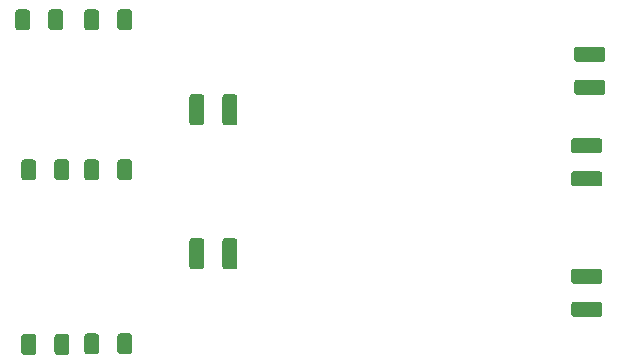
<source format=gbr>
G04 #@! TF.GenerationSoftware,KiCad,Pcbnew,5.1.2-f72e74a~84~ubuntu18.04.1*
G04 #@! TF.CreationDate,2019-08-25T12:51:36+02:00*
G04 #@! TF.ProjectId,Axiface,41786966-6163-4652-9e6b-696361645f70,rev?*
G04 #@! TF.SameCoordinates,Original*
G04 #@! TF.FileFunction,Paste,Top*
G04 #@! TF.FilePolarity,Positive*
%FSLAX46Y46*%
G04 Gerber Fmt 4.6, Leading zero omitted, Abs format (unit mm)*
G04 Created by KiCad (PCBNEW 5.1.2-f72e74a~84~ubuntu18.04.1) date 2019-08-25 12:51:36*
%MOMM*%
%LPD*%
G04 APERTURE LIST*
%ADD10C,0.100000*%
%ADD11C,1.250000*%
G04 APERTURE END LIST*
D10*
G36*
X145879504Y-124468204D02*
G01*
X145903773Y-124471804D01*
X145927571Y-124477765D01*
X145950671Y-124486030D01*
X145972849Y-124496520D01*
X145993893Y-124509133D01*
X146013598Y-124523747D01*
X146031777Y-124540223D01*
X146048253Y-124558402D01*
X146062867Y-124578107D01*
X146075480Y-124599151D01*
X146085970Y-124621329D01*
X146094235Y-124644429D01*
X146100196Y-124668227D01*
X146103796Y-124692496D01*
X146105000Y-124717000D01*
X146105000Y-125467000D01*
X146103796Y-125491504D01*
X146100196Y-125515773D01*
X146094235Y-125539571D01*
X146085970Y-125562671D01*
X146075480Y-125584849D01*
X146062867Y-125605893D01*
X146048253Y-125625598D01*
X146031777Y-125643777D01*
X146013598Y-125660253D01*
X145993893Y-125674867D01*
X145972849Y-125687480D01*
X145950671Y-125697970D01*
X145927571Y-125706235D01*
X145903773Y-125712196D01*
X145879504Y-125715796D01*
X145855000Y-125717000D01*
X143705000Y-125717000D01*
X143680496Y-125715796D01*
X143656227Y-125712196D01*
X143632429Y-125706235D01*
X143609329Y-125697970D01*
X143587151Y-125687480D01*
X143566107Y-125674867D01*
X143546402Y-125660253D01*
X143528223Y-125643777D01*
X143511747Y-125625598D01*
X143497133Y-125605893D01*
X143484520Y-125584849D01*
X143474030Y-125562671D01*
X143465765Y-125539571D01*
X143459804Y-125515773D01*
X143456204Y-125491504D01*
X143455000Y-125467000D01*
X143455000Y-124717000D01*
X143456204Y-124692496D01*
X143459804Y-124668227D01*
X143465765Y-124644429D01*
X143474030Y-124621329D01*
X143484520Y-124599151D01*
X143497133Y-124578107D01*
X143511747Y-124558402D01*
X143528223Y-124540223D01*
X143546402Y-124523747D01*
X143566107Y-124509133D01*
X143587151Y-124496520D01*
X143609329Y-124486030D01*
X143632429Y-124477765D01*
X143656227Y-124471804D01*
X143680496Y-124468204D01*
X143705000Y-124467000D01*
X145855000Y-124467000D01*
X145879504Y-124468204D01*
X145879504Y-124468204D01*
G37*
D11*
X144780000Y-125092000D03*
D10*
G36*
X145879504Y-127268204D02*
G01*
X145903773Y-127271804D01*
X145927571Y-127277765D01*
X145950671Y-127286030D01*
X145972849Y-127296520D01*
X145993893Y-127309133D01*
X146013598Y-127323747D01*
X146031777Y-127340223D01*
X146048253Y-127358402D01*
X146062867Y-127378107D01*
X146075480Y-127399151D01*
X146085970Y-127421329D01*
X146094235Y-127444429D01*
X146100196Y-127468227D01*
X146103796Y-127492496D01*
X146105000Y-127517000D01*
X146105000Y-128267000D01*
X146103796Y-128291504D01*
X146100196Y-128315773D01*
X146094235Y-128339571D01*
X146085970Y-128362671D01*
X146075480Y-128384849D01*
X146062867Y-128405893D01*
X146048253Y-128425598D01*
X146031777Y-128443777D01*
X146013598Y-128460253D01*
X145993893Y-128474867D01*
X145972849Y-128487480D01*
X145950671Y-128497970D01*
X145927571Y-128506235D01*
X145903773Y-128512196D01*
X145879504Y-128515796D01*
X145855000Y-128517000D01*
X143705000Y-128517000D01*
X143680496Y-128515796D01*
X143656227Y-128512196D01*
X143632429Y-128506235D01*
X143609329Y-128497970D01*
X143587151Y-128487480D01*
X143566107Y-128474867D01*
X143546402Y-128460253D01*
X143528223Y-128443777D01*
X143511747Y-128425598D01*
X143497133Y-128405893D01*
X143484520Y-128384849D01*
X143474030Y-128362671D01*
X143465765Y-128339571D01*
X143459804Y-128315773D01*
X143456204Y-128291504D01*
X143455000Y-128267000D01*
X143455000Y-127517000D01*
X143456204Y-127492496D01*
X143459804Y-127468227D01*
X143465765Y-127444429D01*
X143474030Y-127421329D01*
X143484520Y-127399151D01*
X143497133Y-127378107D01*
X143511747Y-127358402D01*
X143528223Y-127340223D01*
X143546402Y-127323747D01*
X143566107Y-127309133D01*
X143587151Y-127296520D01*
X143609329Y-127286030D01*
X143632429Y-127277765D01*
X143656227Y-127271804D01*
X143680496Y-127268204D01*
X143705000Y-127267000D01*
X145855000Y-127267000D01*
X145879504Y-127268204D01*
X145879504Y-127268204D01*
G37*
D11*
X144780000Y-127892000D03*
D10*
G36*
X146133504Y-108472204D02*
G01*
X146157773Y-108475804D01*
X146181571Y-108481765D01*
X146204671Y-108490030D01*
X146226849Y-108500520D01*
X146247893Y-108513133D01*
X146267598Y-108527747D01*
X146285777Y-108544223D01*
X146302253Y-108562402D01*
X146316867Y-108582107D01*
X146329480Y-108603151D01*
X146339970Y-108625329D01*
X146348235Y-108648429D01*
X146354196Y-108672227D01*
X146357796Y-108696496D01*
X146359000Y-108721000D01*
X146359000Y-109471000D01*
X146357796Y-109495504D01*
X146354196Y-109519773D01*
X146348235Y-109543571D01*
X146339970Y-109566671D01*
X146329480Y-109588849D01*
X146316867Y-109609893D01*
X146302253Y-109629598D01*
X146285777Y-109647777D01*
X146267598Y-109664253D01*
X146247893Y-109678867D01*
X146226849Y-109691480D01*
X146204671Y-109701970D01*
X146181571Y-109710235D01*
X146157773Y-109716196D01*
X146133504Y-109719796D01*
X146109000Y-109721000D01*
X143959000Y-109721000D01*
X143934496Y-109719796D01*
X143910227Y-109716196D01*
X143886429Y-109710235D01*
X143863329Y-109701970D01*
X143841151Y-109691480D01*
X143820107Y-109678867D01*
X143800402Y-109664253D01*
X143782223Y-109647777D01*
X143765747Y-109629598D01*
X143751133Y-109609893D01*
X143738520Y-109588849D01*
X143728030Y-109566671D01*
X143719765Y-109543571D01*
X143713804Y-109519773D01*
X143710204Y-109495504D01*
X143709000Y-109471000D01*
X143709000Y-108721000D01*
X143710204Y-108696496D01*
X143713804Y-108672227D01*
X143719765Y-108648429D01*
X143728030Y-108625329D01*
X143738520Y-108603151D01*
X143751133Y-108582107D01*
X143765747Y-108562402D01*
X143782223Y-108544223D01*
X143800402Y-108527747D01*
X143820107Y-108513133D01*
X143841151Y-108500520D01*
X143863329Y-108490030D01*
X143886429Y-108481765D01*
X143910227Y-108475804D01*
X143934496Y-108472204D01*
X143959000Y-108471000D01*
X146109000Y-108471000D01*
X146133504Y-108472204D01*
X146133504Y-108472204D01*
G37*
D11*
X145034000Y-109096000D03*
D10*
G36*
X146133504Y-105672204D02*
G01*
X146157773Y-105675804D01*
X146181571Y-105681765D01*
X146204671Y-105690030D01*
X146226849Y-105700520D01*
X146247893Y-105713133D01*
X146267598Y-105727747D01*
X146285777Y-105744223D01*
X146302253Y-105762402D01*
X146316867Y-105782107D01*
X146329480Y-105803151D01*
X146339970Y-105825329D01*
X146348235Y-105848429D01*
X146354196Y-105872227D01*
X146357796Y-105896496D01*
X146359000Y-105921000D01*
X146359000Y-106671000D01*
X146357796Y-106695504D01*
X146354196Y-106719773D01*
X146348235Y-106743571D01*
X146339970Y-106766671D01*
X146329480Y-106788849D01*
X146316867Y-106809893D01*
X146302253Y-106829598D01*
X146285777Y-106847777D01*
X146267598Y-106864253D01*
X146247893Y-106878867D01*
X146226849Y-106891480D01*
X146204671Y-106901970D01*
X146181571Y-106910235D01*
X146157773Y-106916196D01*
X146133504Y-106919796D01*
X146109000Y-106921000D01*
X143959000Y-106921000D01*
X143934496Y-106919796D01*
X143910227Y-106916196D01*
X143886429Y-106910235D01*
X143863329Y-106901970D01*
X143841151Y-106891480D01*
X143820107Y-106878867D01*
X143800402Y-106864253D01*
X143782223Y-106847777D01*
X143765747Y-106829598D01*
X143751133Y-106809893D01*
X143738520Y-106788849D01*
X143728030Y-106766671D01*
X143719765Y-106743571D01*
X143713804Y-106719773D01*
X143710204Y-106695504D01*
X143709000Y-106671000D01*
X143709000Y-105921000D01*
X143710204Y-105896496D01*
X143713804Y-105872227D01*
X143719765Y-105848429D01*
X143728030Y-105825329D01*
X143738520Y-105803151D01*
X143751133Y-105782107D01*
X143765747Y-105762402D01*
X143782223Y-105744223D01*
X143800402Y-105727747D01*
X143820107Y-105713133D01*
X143841151Y-105700520D01*
X143863329Y-105690030D01*
X143886429Y-105681765D01*
X143910227Y-105675804D01*
X143934496Y-105672204D01*
X143959000Y-105671000D01*
X146109000Y-105671000D01*
X146133504Y-105672204D01*
X146133504Y-105672204D01*
G37*
D11*
X145034000Y-106296000D03*
D10*
G36*
X145879504Y-116216204D02*
G01*
X145903773Y-116219804D01*
X145927571Y-116225765D01*
X145950671Y-116234030D01*
X145972849Y-116244520D01*
X145993893Y-116257133D01*
X146013598Y-116271747D01*
X146031777Y-116288223D01*
X146048253Y-116306402D01*
X146062867Y-116326107D01*
X146075480Y-116347151D01*
X146085970Y-116369329D01*
X146094235Y-116392429D01*
X146100196Y-116416227D01*
X146103796Y-116440496D01*
X146105000Y-116465000D01*
X146105000Y-117215000D01*
X146103796Y-117239504D01*
X146100196Y-117263773D01*
X146094235Y-117287571D01*
X146085970Y-117310671D01*
X146075480Y-117332849D01*
X146062867Y-117353893D01*
X146048253Y-117373598D01*
X146031777Y-117391777D01*
X146013598Y-117408253D01*
X145993893Y-117422867D01*
X145972849Y-117435480D01*
X145950671Y-117445970D01*
X145927571Y-117454235D01*
X145903773Y-117460196D01*
X145879504Y-117463796D01*
X145855000Y-117465000D01*
X143705000Y-117465000D01*
X143680496Y-117463796D01*
X143656227Y-117460196D01*
X143632429Y-117454235D01*
X143609329Y-117445970D01*
X143587151Y-117435480D01*
X143566107Y-117422867D01*
X143546402Y-117408253D01*
X143528223Y-117391777D01*
X143511747Y-117373598D01*
X143497133Y-117353893D01*
X143484520Y-117332849D01*
X143474030Y-117310671D01*
X143465765Y-117287571D01*
X143459804Y-117263773D01*
X143456204Y-117239504D01*
X143455000Y-117215000D01*
X143455000Y-116465000D01*
X143456204Y-116440496D01*
X143459804Y-116416227D01*
X143465765Y-116392429D01*
X143474030Y-116369329D01*
X143484520Y-116347151D01*
X143497133Y-116326107D01*
X143511747Y-116306402D01*
X143528223Y-116288223D01*
X143546402Y-116271747D01*
X143566107Y-116257133D01*
X143587151Y-116244520D01*
X143609329Y-116234030D01*
X143632429Y-116225765D01*
X143656227Y-116219804D01*
X143680496Y-116216204D01*
X143705000Y-116215000D01*
X145855000Y-116215000D01*
X145879504Y-116216204D01*
X145879504Y-116216204D01*
G37*
D11*
X144780000Y-116840000D03*
D10*
G36*
X145879504Y-113416204D02*
G01*
X145903773Y-113419804D01*
X145927571Y-113425765D01*
X145950671Y-113434030D01*
X145972849Y-113444520D01*
X145993893Y-113457133D01*
X146013598Y-113471747D01*
X146031777Y-113488223D01*
X146048253Y-113506402D01*
X146062867Y-113526107D01*
X146075480Y-113547151D01*
X146085970Y-113569329D01*
X146094235Y-113592429D01*
X146100196Y-113616227D01*
X146103796Y-113640496D01*
X146105000Y-113665000D01*
X146105000Y-114415000D01*
X146103796Y-114439504D01*
X146100196Y-114463773D01*
X146094235Y-114487571D01*
X146085970Y-114510671D01*
X146075480Y-114532849D01*
X146062867Y-114553893D01*
X146048253Y-114573598D01*
X146031777Y-114591777D01*
X146013598Y-114608253D01*
X145993893Y-114622867D01*
X145972849Y-114635480D01*
X145950671Y-114645970D01*
X145927571Y-114654235D01*
X145903773Y-114660196D01*
X145879504Y-114663796D01*
X145855000Y-114665000D01*
X143705000Y-114665000D01*
X143680496Y-114663796D01*
X143656227Y-114660196D01*
X143632429Y-114654235D01*
X143609329Y-114645970D01*
X143587151Y-114635480D01*
X143566107Y-114622867D01*
X143546402Y-114608253D01*
X143528223Y-114591777D01*
X143511747Y-114573598D01*
X143497133Y-114553893D01*
X143484520Y-114532849D01*
X143474030Y-114510671D01*
X143465765Y-114487571D01*
X143459804Y-114463773D01*
X143456204Y-114439504D01*
X143455000Y-114415000D01*
X143455000Y-113665000D01*
X143456204Y-113640496D01*
X143459804Y-113616227D01*
X143465765Y-113592429D01*
X143474030Y-113569329D01*
X143484520Y-113547151D01*
X143497133Y-113526107D01*
X143511747Y-113506402D01*
X143528223Y-113488223D01*
X143546402Y-113471747D01*
X143566107Y-113457133D01*
X143587151Y-113444520D01*
X143609329Y-113434030D01*
X143632429Y-113425765D01*
X143656227Y-113419804D01*
X143680496Y-113416204D01*
X143705000Y-113415000D01*
X145855000Y-113415000D01*
X145879504Y-113416204D01*
X145879504Y-113416204D01*
G37*
D11*
X144780000Y-114040000D03*
D10*
G36*
X112159504Y-109674204D02*
G01*
X112183773Y-109677804D01*
X112207571Y-109683765D01*
X112230671Y-109692030D01*
X112252849Y-109702520D01*
X112273893Y-109715133D01*
X112293598Y-109729747D01*
X112311777Y-109746223D01*
X112328253Y-109764402D01*
X112342867Y-109784107D01*
X112355480Y-109805151D01*
X112365970Y-109827329D01*
X112374235Y-109850429D01*
X112380196Y-109874227D01*
X112383796Y-109898496D01*
X112385000Y-109923000D01*
X112385000Y-112073000D01*
X112383796Y-112097504D01*
X112380196Y-112121773D01*
X112374235Y-112145571D01*
X112365970Y-112168671D01*
X112355480Y-112190849D01*
X112342867Y-112211893D01*
X112328253Y-112231598D01*
X112311777Y-112249777D01*
X112293598Y-112266253D01*
X112273893Y-112280867D01*
X112252849Y-112293480D01*
X112230671Y-112303970D01*
X112207571Y-112312235D01*
X112183773Y-112318196D01*
X112159504Y-112321796D01*
X112135000Y-112323000D01*
X111385000Y-112323000D01*
X111360496Y-112321796D01*
X111336227Y-112318196D01*
X111312429Y-112312235D01*
X111289329Y-112303970D01*
X111267151Y-112293480D01*
X111246107Y-112280867D01*
X111226402Y-112266253D01*
X111208223Y-112249777D01*
X111191747Y-112231598D01*
X111177133Y-112211893D01*
X111164520Y-112190849D01*
X111154030Y-112168671D01*
X111145765Y-112145571D01*
X111139804Y-112121773D01*
X111136204Y-112097504D01*
X111135000Y-112073000D01*
X111135000Y-109923000D01*
X111136204Y-109898496D01*
X111139804Y-109874227D01*
X111145765Y-109850429D01*
X111154030Y-109827329D01*
X111164520Y-109805151D01*
X111177133Y-109784107D01*
X111191747Y-109764402D01*
X111208223Y-109746223D01*
X111226402Y-109729747D01*
X111246107Y-109715133D01*
X111267151Y-109702520D01*
X111289329Y-109692030D01*
X111312429Y-109683765D01*
X111336227Y-109677804D01*
X111360496Y-109674204D01*
X111385000Y-109673000D01*
X112135000Y-109673000D01*
X112159504Y-109674204D01*
X112159504Y-109674204D01*
G37*
D11*
X111760000Y-110998000D03*
D10*
G36*
X114959504Y-109674204D02*
G01*
X114983773Y-109677804D01*
X115007571Y-109683765D01*
X115030671Y-109692030D01*
X115052849Y-109702520D01*
X115073893Y-109715133D01*
X115093598Y-109729747D01*
X115111777Y-109746223D01*
X115128253Y-109764402D01*
X115142867Y-109784107D01*
X115155480Y-109805151D01*
X115165970Y-109827329D01*
X115174235Y-109850429D01*
X115180196Y-109874227D01*
X115183796Y-109898496D01*
X115185000Y-109923000D01*
X115185000Y-112073000D01*
X115183796Y-112097504D01*
X115180196Y-112121773D01*
X115174235Y-112145571D01*
X115165970Y-112168671D01*
X115155480Y-112190849D01*
X115142867Y-112211893D01*
X115128253Y-112231598D01*
X115111777Y-112249777D01*
X115093598Y-112266253D01*
X115073893Y-112280867D01*
X115052849Y-112293480D01*
X115030671Y-112303970D01*
X115007571Y-112312235D01*
X114983773Y-112318196D01*
X114959504Y-112321796D01*
X114935000Y-112323000D01*
X114185000Y-112323000D01*
X114160496Y-112321796D01*
X114136227Y-112318196D01*
X114112429Y-112312235D01*
X114089329Y-112303970D01*
X114067151Y-112293480D01*
X114046107Y-112280867D01*
X114026402Y-112266253D01*
X114008223Y-112249777D01*
X113991747Y-112231598D01*
X113977133Y-112211893D01*
X113964520Y-112190849D01*
X113954030Y-112168671D01*
X113945765Y-112145571D01*
X113939804Y-112121773D01*
X113936204Y-112097504D01*
X113935000Y-112073000D01*
X113935000Y-109923000D01*
X113936204Y-109898496D01*
X113939804Y-109874227D01*
X113945765Y-109850429D01*
X113954030Y-109827329D01*
X113964520Y-109805151D01*
X113977133Y-109784107D01*
X113991747Y-109764402D01*
X114008223Y-109746223D01*
X114026402Y-109729747D01*
X114046107Y-109715133D01*
X114067151Y-109702520D01*
X114089329Y-109692030D01*
X114112429Y-109683765D01*
X114136227Y-109677804D01*
X114160496Y-109674204D01*
X114185000Y-109673000D01*
X114935000Y-109673000D01*
X114959504Y-109674204D01*
X114959504Y-109674204D01*
G37*
D11*
X114560000Y-110998000D03*
D10*
G36*
X112159504Y-121866204D02*
G01*
X112183773Y-121869804D01*
X112207571Y-121875765D01*
X112230671Y-121884030D01*
X112252849Y-121894520D01*
X112273893Y-121907133D01*
X112293598Y-121921747D01*
X112311777Y-121938223D01*
X112328253Y-121956402D01*
X112342867Y-121976107D01*
X112355480Y-121997151D01*
X112365970Y-122019329D01*
X112374235Y-122042429D01*
X112380196Y-122066227D01*
X112383796Y-122090496D01*
X112385000Y-122115000D01*
X112385000Y-124265000D01*
X112383796Y-124289504D01*
X112380196Y-124313773D01*
X112374235Y-124337571D01*
X112365970Y-124360671D01*
X112355480Y-124382849D01*
X112342867Y-124403893D01*
X112328253Y-124423598D01*
X112311777Y-124441777D01*
X112293598Y-124458253D01*
X112273893Y-124472867D01*
X112252849Y-124485480D01*
X112230671Y-124495970D01*
X112207571Y-124504235D01*
X112183773Y-124510196D01*
X112159504Y-124513796D01*
X112135000Y-124515000D01*
X111385000Y-124515000D01*
X111360496Y-124513796D01*
X111336227Y-124510196D01*
X111312429Y-124504235D01*
X111289329Y-124495970D01*
X111267151Y-124485480D01*
X111246107Y-124472867D01*
X111226402Y-124458253D01*
X111208223Y-124441777D01*
X111191747Y-124423598D01*
X111177133Y-124403893D01*
X111164520Y-124382849D01*
X111154030Y-124360671D01*
X111145765Y-124337571D01*
X111139804Y-124313773D01*
X111136204Y-124289504D01*
X111135000Y-124265000D01*
X111135000Y-122115000D01*
X111136204Y-122090496D01*
X111139804Y-122066227D01*
X111145765Y-122042429D01*
X111154030Y-122019329D01*
X111164520Y-121997151D01*
X111177133Y-121976107D01*
X111191747Y-121956402D01*
X111208223Y-121938223D01*
X111226402Y-121921747D01*
X111246107Y-121907133D01*
X111267151Y-121894520D01*
X111289329Y-121884030D01*
X111312429Y-121875765D01*
X111336227Y-121869804D01*
X111360496Y-121866204D01*
X111385000Y-121865000D01*
X112135000Y-121865000D01*
X112159504Y-121866204D01*
X112159504Y-121866204D01*
G37*
D11*
X111760000Y-123190000D03*
D10*
G36*
X114959504Y-121866204D02*
G01*
X114983773Y-121869804D01*
X115007571Y-121875765D01*
X115030671Y-121884030D01*
X115052849Y-121894520D01*
X115073893Y-121907133D01*
X115093598Y-121921747D01*
X115111777Y-121938223D01*
X115128253Y-121956402D01*
X115142867Y-121976107D01*
X115155480Y-121997151D01*
X115165970Y-122019329D01*
X115174235Y-122042429D01*
X115180196Y-122066227D01*
X115183796Y-122090496D01*
X115185000Y-122115000D01*
X115185000Y-124265000D01*
X115183796Y-124289504D01*
X115180196Y-124313773D01*
X115174235Y-124337571D01*
X115165970Y-124360671D01*
X115155480Y-124382849D01*
X115142867Y-124403893D01*
X115128253Y-124423598D01*
X115111777Y-124441777D01*
X115093598Y-124458253D01*
X115073893Y-124472867D01*
X115052849Y-124485480D01*
X115030671Y-124495970D01*
X115007571Y-124504235D01*
X114983773Y-124510196D01*
X114959504Y-124513796D01*
X114935000Y-124515000D01*
X114185000Y-124515000D01*
X114160496Y-124513796D01*
X114136227Y-124510196D01*
X114112429Y-124504235D01*
X114089329Y-124495970D01*
X114067151Y-124485480D01*
X114046107Y-124472867D01*
X114026402Y-124458253D01*
X114008223Y-124441777D01*
X113991747Y-124423598D01*
X113977133Y-124403893D01*
X113964520Y-124382849D01*
X113954030Y-124360671D01*
X113945765Y-124337571D01*
X113939804Y-124313773D01*
X113936204Y-124289504D01*
X113935000Y-124265000D01*
X113935000Y-122115000D01*
X113936204Y-122090496D01*
X113939804Y-122066227D01*
X113945765Y-122042429D01*
X113954030Y-122019329D01*
X113964520Y-121997151D01*
X113977133Y-121976107D01*
X113991747Y-121956402D01*
X114008223Y-121938223D01*
X114026402Y-121921747D01*
X114046107Y-121907133D01*
X114067151Y-121894520D01*
X114089329Y-121884030D01*
X114112429Y-121875765D01*
X114136227Y-121869804D01*
X114160496Y-121866204D01*
X114185000Y-121865000D01*
X114935000Y-121865000D01*
X114959504Y-121866204D01*
X114959504Y-121866204D01*
G37*
D11*
X114560000Y-123190000D03*
D10*
G36*
X97427504Y-102504204D02*
G01*
X97451773Y-102507804D01*
X97475571Y-102513765D01*
X97498671Y-102522030D01*
X97520849Y-102532520D01*
X97541893Y-102545133D01*
X97561598Y-102559747D01*
X97579777Y-102576223D01*
X97596253Y-102594402D01*
X97610867Y-102614107D01*
X97623480Y-102635151D01*
X97633970Y-102657329D01*
X97642235Y-102680429D01*
X97648196Y-102704227D01*
X97651796Y-102728496D01*
X97653000Y-102753000D01*
X97653000Y-104003000D01*
X97651796Y-104027504D01*
X97648196Y-104051773D01*
X97642235Y-104075571D01*
X97633970Y-104098671D01*
X97623480Y-104120849D01*
X97610867Y-104141893D01*
X97596253Y-104161598D01*
X97579777Y-104179777D01*
X97561598Y-104196253D01*
X97541893Y-104210867D01*
X97520849Y-104223480D01*
X97498671Y-104233970D01*
X97475571Y-104242235D01*
X97451773Y-104248196D01*
X97427504Y-104251796D01*
X97403000Y-104253000D01*
X96653000Y-104253000D01*
X96628496Y-104251796D01*
X96604227Y-104248196D01*
X96580429Y-104242235D01*
X96557329Y-104233970D01*
X96535151Y-104223480D01*
X96514107Y-104210867D01*
X96494402Y-104196253D01*
X96476223Y-104179777D01*
X96459747Y-104161598D01*
X96445133Y-104141893D01*
X96432520Y-104120849D01*
X96422030Y-104098671D01*
X96413765Y-104075571D01*
X96407804Y-104051773D01*
X96404204Y-104027504D01*
X96403000Y-104003000D01*
X96403000Y-102753000D01*
X96404204Y-102728496D01*
X96407804Y-102704227D01*
X96413765Y-102680429D01*
X96422030Y-102657329D01*
X96432520Y-102635151D01*
X96445133Y-102614107D01*
X96459747Y-102594402D01*
X96476223Y-102576223D01*
X96494402Y-102559747D01*
X96514107Y-102545133D01*
X96535151Y-102532520D01*
X96557329Y-102522030D01*
X96580429Y-102513765D01*
X96604227Y-102507804D01*
X96628496Y-102504204D01*
X96653000Y-102503000D01*
X97403000Y-102503000D01*
X97427504Y-102504204D01*
X97427504Y-102504204D01*
G37*
D11*
X97028000Y-103378000D03*
D10*
G36*
X100227504Y-102504204D02*
G01*
X100251773Y-102507804D01*
X100275571Y-102513765D01*
X100298671Y-102522030D01*
X100320849Y-102532520D01*
X100341893Y-102545133D01*
X100361598Y-102559747D01*
X100379777Y-102576223D01*
X100396253Y-102594402D01*
X100410867Y-102614107D01*
X100423480Y-102635151D01*
X100433970Y-102657329D01*
X100442235Y-102680429D01*
X100448196Y-102704227D01*
X100451796Y-102728496D01*
X100453000Y-102753000D01*
X100453000Y-104003000D01*
X100451796Y-104027504D01*
X100448196Y-104051773D01*
X100442235Y-104075571D01*
X100433970Y-104098671D01*
X100423480Y-104120849D01*
X100410867Y-104141893D01*
X100396253Y-104161598D01*
X100379777Y-104179777D01*
X100361598Y-104196253D01*
X100341893Y-104210867D01*
X100320849Y-104223480D01*
X100298671Y-104233970D01*
X100275571Y-104242235D01*
X100251773Y-104248196D01*
X100227504Y-104251796D01*
X100203000Y-104253000D01*
X99453000Y-104253000D01*
X99428496Y-104251796D01*
X99404227Y-104248196D01*
X99380429Y-104242235D01*
X99357329Y-104233970D01*
X99335151Y-104223480D01*
X99314107Y-104210867D01*
X99294402Y-104196253D01*
X99276223Y-104179777D01*
X99259747Y-104161598D01*
X99245133Y-104141893D01*
X99232520Y-104120849D01*
X99222030Y-104098671D01*
X99213765Y-104075571D01*
X99207804Y-104051773D01*
X99204204Y-104027504D01*
X99203000Y-104003000D01*
X99203000Y-102753000D01*
X99204204Y-102728496D01*
X99207804Y-102704227D01*
X99213765Y-102680429D01*
X99222030Y-102657329D01*
X99232520Y-102635151D01*
X99245133Y-102614107D01*
X99259747Y-102594402D01*
X99276223Y-102576223D01*
X99294402Y-102559747D01*
X99314107Y-102545133D01*
X99335151Y-102532520D01*
X99357329Y-102522030D01*
X99380429Y-102513765D01*
X99404227Y-102507804D01*
X99428496Y-102504204D01*
X99453000Y-102503000D01*
X100203000Y-102503000D01*
X100227504Y-102504204D01*
X100227504Y-102504204D01*
G37*
D11*
X99828000Y-103378000D03*
D10*
G36*
X100735504Y-115204204D02*
G01*
X100759773Y-115207804D01*
X100783571Y-115213765D01*
X100806671Y-115222030D01*
X100828849Y-115232520D01*
X100849893Y-115245133D01*
X100869598Y-115259747D01*
X100887777Y-115276223D01*
X100904253Y-115294402D01*
X100918867Y-115314107D01*
X100931480Y-115335151D01*
X100941970Y-115357329D01*
X100950235Y-115380429D01*
X100956196Y-115404227D01*
X100959796Y-115428496D01*
X100961000Y-115453000D01*
X100961000Y-116703000D01*
X100959796Y-116727504D01*
X100956196Y-116751773D01*
X100950235Y-116775571D01*
X100941970Y-116798671D01*
X100931480Y-116820849D01*
X100918867Y-116841893D01*
X100904253Y-116861598D01*
X100887777Y-116879777D01*
X100869598Y-116896253D01*
X100849893Y-116910867D01*
X100828849Y-116923480D01*
X100806671Y-116933970D01*
X100783571Y-116942235D01*
X100759773Y-116948196D01*
X100735504Y-116951796D01*
X100711000Y-116953000D01*
X99961000Y-116953000D01*
X99936496Y-116951796D01*
X99912227Y-116948196D01*
X99888429Y-116942235D01*
X99865329Y-116933970D01*
X99843151Y-116923480D01*
X99822107Y-116910867D01*
X99802402Y-116896253D01*
X99784223Y-116879777D01*
X99767747Y-116861598D01*
X99753133Y-116841893D01*
X99740520Y-116820849D01*
X99730030Y-116798671D01*
X99721765Y-116775571D01*
X99715804Y-116751773D01*
X99712204Y-116727504D01*
X99711000Y-116703000D01*
X99711000Y-115453000D01*
X99712204Y-115428496D01*
X99715804Y-115404227D01*
X99721765Y-115380429D01*
X99730030Y-115357329D01*
X99740520Y-115335151D01*
X99753133Y-115314107D01*
X99767747Y-115294402D01*
X99784223Y-115276223D01*
X99802402Y-115259747D01*
X99822107Y-115245133D01*
X99843151Y-115232520D01*
X99865329Y-115222030D01*
X99888429Y-115213765D01*
X99912227Y-115207804D01*
X99936496Y-115204204D01*
X99961000Y-115203000D01*
X100711000Y-115203000D01*
X100735504Y-115204204D01*
X100735504Y-115204204D01*
G37*
D11*
X100336000Y-116078000D03*
D10*
G36*
X97935504Y-115204204D02*
G01*
X97959773Y-115207804D01*
X97983571Y-115213765D01*
X98006671Y-115222030D01*
X98028849Y-115232520D01*
X98049893Y-115245133D01*
X98069598Y-115259747D01*
X98087777Y-115276223D01*
X98104253Y-115294402D01*
X98118867Y-115314107D01*
X98131480Y-115335151D01*
X98141970Y-115357329D01*
X98150235Y-115380429D01*
X98156196Y-115404227D01*
X98159796Y-115428496D01*
X98161000Y-115453000D01*
X98161000Y-116703000D01*
X98159796Y-116727504D01*
X98156196Y-116751773D01*
X98150235Y-116775571D01*
X98141970Y-116798671D01*
X98131480Y-116820849D01*
X98118867Y-116841893D01*
X98104253Y-116861598D01*
X98087777Y-116879777D01*
X98069598Y-116896253D01*
X98049893Y-116910867D01*
X98028849Y-116923480D01*
X98006671Y-116933970D01*
X97983571Y-116942235D01*
X97959773Y-116948196D01*
X97935504Y-116951796D01*
X97911000Y-116953000D01*
X97161000Y-116953000D01*
X97136496Y-116951796D01*
X97112227Y-116948196D01*
X97088429Y-116942235D01*
X97065329Y-116933970D01*
X97043151Y-116923480D01*
X97022107Y-116910867D01*
X97002402Y-116896253D01*
X96984223Y-116879777D01*
X96967747Y-116861598D01*
X96953133Y-116841893D01*
X96940520Y-116820849D01*
X96930030Y-116798671D01*
X96921765Y-116775571D01*
X96915804Y-116751773D01*
X96912204Y-116727504D01*
X96911000Y-116703000D01*
X96911000Y-115453000D01*
X96912204Y-115428496D01*
X96915804Y-115404227D01*
X96921765Y-115380429D01*
X96930030Y-115357329D01*
X96940520Y-115335151D01*
X96953133Y-115314107D01*
X96967747Y-115294402D01*
X96984223Y-115276223D01*
X97002402Y-115259747D01*
X97022107Y-115245133D01*
X97043151Y-115232520D01*
X97065329Y-115222030D01*
X97088429Y-115213765D01*
X97112227Y-115207804D01*
X97136496Y-115204204D01*
X97161000Y-115203000D01*
X97911000Y-115203000D01*
X97935504Y-115204204D01*
X97935504Y-115204204D01*
G37*
D11*
X97536000Y-116078000D03*
D10*
G36*
X97935504Y-129986204D02*
G01*
X97959773Y-129989804D01*
X97983571Y-129995765D01*
X98006671Y-130004030D01*
X98028849Y-130014520D01*
X98049893Y-130027133D01*
X98069598Y-130041747D01*
X98087777Y-130058223D01*
X98104253Y-130076402D01*
X98118867Y-130096107D01*
X98131480Y-130117151D01*
X98141970Y-130139329D01*
X98150235Y-130162429D01*
X98156196Y-130186227D01*
X98159796Y-130210496D01*
X98161000Y-130235000D01*
X98161000Y-131485000D01*
X98159796Y-131509504D01*
X98156196Y-131533773D01*
X98150235Y-131557571D01*
X98141970Y-131580671D01*
X98131480Y-131602849D01*
X98118867Y-131623893D01*
X98104253Y-131643598D01*
X98087777Y-131661777D01*
X98069598Y-131678253D01*
X98049893Y-131692867D01*
X98028849Y-131705480D01*
X98006671Y-131715970D01*
X97983571Y-131724235D01*
X97959773Y-131730196D01*
X97935504Y-131733796D01*
X97911000Y-131735000D01*
X97161000Y-131735000D01*
X97136496Y-131733796D01*
X97112227Y-131730196D01*
X97088429Y-131724235D01*
X97065329Y-131715970D01*
X97043151Y-131705480D01*
X97022107Y-131692867D01*
X97002402Y-131678253D01*
X96984223Y-131661777D01*
X96967747Y-131643598D01*
X96953133Y-131623893D01*
X96940520Y-131602849D01*
X96930030Y-131580671D01*
X96921765Y-131557571D01*
X96915804Y-131533773D01*
X96912204Y-131509504D01*
X96911000Y-131485000D01*
X96911000Y-130235000D01*
X96912204Y-130210496D01*
X96915804Y-130186227D01*
X96921765Y-130162429D01*
X96930030Y-130139329D01*
X96940520Y-130117151D01*
X96953133Y-130096107D01*
X96967747Y-130076402D01*
X96984223Y-130058223D01*
X97002402Y-130041747D01*
X97022107Y-130027133D01*
X97043151Y-130014520D01*
X97065329Y-130004030D01*
X97088429Y-129995765D01*
X97112227Y-129989804D01*
X97136496Y-129986204D01*
X97161000Y-129985000D01*
X97911000Y-129985000D01*
X97935504Y-129986204D01*
X97935504Y-129986204D01*
G37*
D11*
X97536000Y-130860000D03*
D10*
G36*
X100735504Y-129986204D02*
G01*
X100759773Y-129989804D01*
X100783571Y-129995765D01*
X100806671Y-130004030D01*
X100828849Y-130014520D01*
X100849893Y-130027133D01*
X100869598Y-130041747D01*
X100887777Y-130058223D01*
X100904253Y-130076402D01*
X100918867Y-130096107D01*
X100931480Y-130117151D01*
X100941970Y-130139329D01*
X100950235Y-130162429D01*
X100956196Y-130186227D01*
X100959796Y-130210496D01*
X100961000Y-130235000D01*
X100961000Y-131485000D01*
X100959796Y-131509504D01*
X100956196Y-131533773D01*
X100950235Y-131557571D01*
X100941970Y-131580671D01*
X100931480Y-131602849D01*
X100918867Y-131623893D01*
X100904253Y-131643598D01*
X100887777Y-131661777D01*
X100869598Y-131678253D01*
X100849893Y-131692867D01*
X100828849Y-131705480D01*
X100806671Y-131715970D01*
X100783571Y-131724235D01*
X100759773Y-131730196D01*
X100735504Y-131733796D01*
X100711000Y-131735000D01*
X99961000Y-131735000D01*
X99936496Y-131733796D01*
X99912227Y-131730196D01*
X99888429Y-131724235D01*
X99865329Y-131715970D01*
X99843151Y-131705480D01*
X99822107Y-131692867D01*
X99802402Y-131678253D01*
X99784223Y-131661777D01*
X99767747Y-131643598D01*
X99753133Y-131623893D01*
X99740520Y-131602849D01*
X99730030Y-131580671D01*
X99721765Y-131557571D01*
X99715804Y-131533773D01*
X99712204Y-131509504D01*
X99711000Y-131485000D01*
X99711000Y-130235000D01*
X99712204Y-130210496D01*
X99715804Y-130186227D01*
X99721765Y-130162429D01*
X99730030Y-130139329D01*
X99740520Y-130117151D01*
X99753133Y-130096107D01*
X99767747Y-130076402D01*
X99784223Y-130058223D01*
X99802402Y-130041747D01*
X99822107Y-130027133D01*
X99843151Y-130014520D01*
X99865329Y-130004030D01*
X99888429Y-129995765D01*
X99912227Y-129989804D01*
X99936496Y-129986204D01*
X99961000Y-129985000D01*
X100711000Y-129985000D01*
X100735504Y-129986204D01*
X100735504Y-129986204D01*
G37*
D11*
X100336000Y-130860000D03*
D10*
G36*
X103269504Y-102504204D02*
G01*
X103293773Y-102507804D01*
X103317571Y-102513765D01*
X103340671Y-102522030D01*
X103362849Y-102532520D01*
X103383893Y-102545133D01*
X103403598Y-102559747D01*
X103421777Y-102576223D01*
X103438253Y-102594402D01*
X103452867Y-102614107D01*
X103465480Y-102635151D01*
X103475970Y-102657329D01*
X103484235Y-102680429D01*
X103490196Y-102704227D01*
X103493796Y-102728496D01*
X103495000Y-102753000D01*
X103495000Y-104003000D01*
X103493796Y-104027504D01*
X103490196Y-104051773D01*
X103484235Y-104075571D01*
X103475970Y-104098671D01*
X103465480Y-104120849D01*
X103452867Y-104141893D01*
X103438253Y-104161598D01*
X103421777Y-104179777D01*
X103403598Y-104196253D01*
X103383893Y-104210867D01*
X103362849Y-104223480D01*
X103340671Y-104233970D01*
X103317571Y-104242235D01*
X103293773Y-104248196D01*
X103269504Y-104251796D01*
X103245000Y-104253000D01*
X102495000Y-104253000D01*
X102470496Y-104251796D01*
X102446227Y-104248196D01*
X102422429Y-104242235D01*
X102399329Y-104233970D01*
X102377151Y-104223480D01*
X102356107Y-104210867D01*
X102336402Y-104196253D01*
X102318223Y-104179777D01*
X102301747Y-104161598D01*
X102287133Y-104141893D01*
X102274520Y-104120849D01*
X102264030Y-104098671D01*
X102255765Y-104075571D01*
X102249804Y-104051773D01*
X102246204Y-104027504D01*
X102245000Y-104003000D01*
X102245000Y-102753000D01*
X102246204Y-102728496D01*
X102249804Y-102704227D01*
X102255765Y-102680429D01*
X102264030Y-102657329D01*
X102274520Y-102635151D01*
X102287133Y-102614107D01*
X102301747Y-102594402D01*
X102318223Y-102576223D01*
X102336402Y-102559747D01*
X102356107Y-102545133D01*
X102377151Y-102532520D01*
X102399329Y-102522030D01*
X102422429Y-102513765D01*
X102446227Y-102507804D01*
X102470496Y-102504204D01*
X102495000Y-102503000D01*
X103245000Y-102503000D01*
X103269504Y-102504204D01*
X103269504Y-102504204D01*
G37*
D11*
X102870000Y-103378000D03*
D10*
G36*
X106069504Y-102504204D02*
G01*
X106093773Y-102507804D01*
X106117571Y-102513765D01*
X106140671Y-102522030D01*
X106162849Y-102532520D01*
X106183893Y-102545133D01*
X106203598Y-102559747D01*
X106221777Y-102576223D01*
X106238253Y-102594402D01*
X106252867Y-102614107D01*
X106265480Y-102635151D01*
X106275970Y-102657329D01*
X106284235Y-102680429D01*
X106290196Y-102704227D01*
X106293796Y-102728496D01*
X106295000Y-102753000D01*
X106295000Y-104003000D01*
X106293796Y-104027504D01*
X106290196Y-104051773D01*
X106284235Y-104075571D01*
X106275970Y-104098671D01*
X106265480Y-104120849D01*
X106252867Y-104141893D01*
X106238253Y-104161598D01*
X106221777Y-104179777D01*
X106203598Y-104196253D01*
X106183893Y-104210867D01*
X106162849Y-104223480D01*
X106140671Y-104233970D01*
X106117571Y-104242235D01*
X106093773Y-104248196D01*
X106069504Y-104251796D01*
X106045000Y-104253000D01*
X105295000Y-104253000D01*
X105270496Y-104251796D01*
X105246227Y-104248196D01*
X105222429Y-104242235D01*
X105199329Y-104233970D01*
X105177151Y-104223480D01*
X105156107Y-104210867D01*
X105136402Y-104196253D01*
X105118223Y-104179777D01*
X105101747Y-104161598D01*
X105087133Y-104141893D01*
X105074520Y-104120849D01*
X105064030Y-104098671D01*
X105055765Y-104075571D01*
X105049804Y-104051773D01*
X105046204Y-104027504D01*
X105045000Y-104003000D01*
X105045000Y-102753000D01*
X105046204Y-102728496D01*
X105049804Y-102704227D01*
X105055765Y-102680429D01*
X105064030Y-102657329D01*
X105074520Y-102635151D01*
X105087133Y-102614107D01*
X105101747Y-102594402D01*
X105118223Y-102576223D01*
X105136402Y-102559747D01*
X105156107Y-102545133D01*
X105177151Y-102532520D01*
X105199329Y-102522030D01*
X105222429Y-102513765D01*
X105246227Y-102507804D01*
X105270496Y-102504204D01*
X105295000Y-102503000D01*
X106045000Y-102503000D01*
X106069504Y-102504204D01*
X106069504Y-102504204D01*
G37*
D11*
X105670000Y-103378000D03*
D10*
G36*
X106069504Y-115204204D02*
G01*
X106093773Y-115207804D01*
X106117571Y-115213765D01*
X106140671Y-115222030D01*
X106162849Y-115232520D01*
X106183893Y-115245133D01*
X106203598Y-115259747D01*
X106221777Y-115276223D01*
X106238253Y-115294402D01*
X106252867Y-115314107D01*
X106265480Y-115335151D01*
X106275970Y-115357329D01*
X106284235Y-115380429D01*
X106290196Y-115404227D01*
X106293796Y-115428496D01*
X106295000Y-115453000D01*
X106295000Y-116703000D01*
X106293796Y-116727504D01*
X106290196Y-116751773D01*
X106284235Y-116775571D01*
X106275970Y-116798671D01*
X106265480Y-116820849D01*
X106252867Y-116841893D01*
X106238253Y-116861598D01*
X106221777Y-116879777D01*
X106203598Y-116896253D01*
X106183893Y-116910867D01*
X106162849Y-116923480D01*
X106140671Y-116933970D01*
X106117571Y-116942235D01*
X106093773Y-116948196D01*
X106069504Y-116951796D01*
X106045000Y-116953000D01*
X105295000Y-116953000D01*
X105270496Y-116951796D01*
X105246227Y-116948196D01*
X105222429Y-116942235D01*
X105199329Y-116933970D01*
X105177151Y-116923480D01*
X105156107Y-116910867D01*
X105136402Y-116896253D01*
X105118223Y-116879777D01*
X105101747Y-116861598D01*
X105087133Y-116841893D01*
X105074520Y-116820849D01*
X105064030Y-116798671D01*
X105055765Y-116775571D01*
X105049804Y-116751773D01*
X105046204Y-116727504D01*
X105045000Y-116703000D01*
X105045000Y-115453000D01*
X105046204Y-115428496D01*
X105049804Y-115404227D01*
X105055765Y-115380429D01*
X105064030Y-115357329D01*
X105074520Y-115335151D01*
X105087133Y-115314107D01*
X105101747Y-115294402D01*
X105118223Y-115276223D01*
X105136402Y-115259747D01*
X105156107Y-115245133D01*
X105177151Y-115232520D01*
X105199329Y-115222030D01*
X105222429Y-115213765D01*
X105246227Y-115207804D01*
X105270496Y-115204204D01*
X105295000Y-115203000D01*
X106045000Y-115203000D01*
X106069504Y-115204204D01*
X106069504Y-115204204D01*
G37*
D11*
X105670000Y-116078000D03*
D10*
G36*
X103269504Y-115204204D02*
G01*
X103293773Y-115207804D01*
X103317571Y-115213765D01*
X103340671Y-115222030D01*
X103362849Y-115232520D01*
X103383893Y-115245133D01*
X103403598Y-115259747D01*
X103421777Y-115276223D01*
X103438253Y-115294402D01*
X103452867Y-115314107D01*
X103465480Y-115335151D01*
X103475970Y-115357329D01*
X103484235Y-115380429D01*
X103490196Y-115404227D01*
X103493796Y-115428496D01*
X103495000Y-115453000D01*
X103495000Y-116703000D01*
X103493796Y-116727504D01*
X103490196Y-116751773D01*
X103484235Y-116775571D01*
X103475970Y-116798671D01*
X103465480Y-116820849D01*
X103452867Y-116841893D01*
X103438253Y-116861598D01*
X103421777Y-116879777D01*
X103403598Y-116896253D01*
X103383893Y-116910867D01*
X103362849Y-116923480D01*
X103340671Y-116933970D01*
X103317571Y-116942235D01*
X103293773Y-116948196D01*
X103269504Y-116951796D01*
X103245000Y-116953000D01*
X102495000Y-116953000D01*
X102470496Y-116951796D01*
X102446227Y-116948196D01*
X102422429Y-116942235D01*
X102399329Y-116933970D01*
X102377151Y-116923480D01*
X102356107Y-116910867D01*
X102336402Y-116896253D01*
X102318223Y-116879777D01*
X102301747Y-116861598D01*
X102287133Y-116841893D01*
X102274520Y-116820849D01*
X102264030Y-116798671D01*
X102255765Y-116775571D01*
X102249804Y-116751773D01*
X102246204Y-116727504D01*
X102245000Y-116703000D01*
X102245000Y-115453000D01*
X102246204Y-115428496D01*
X102249804Y-115404227D01*
X102255765Y-115380429D01*
X102264030Y-115357329D01*
X102274520Y-115335151D01*
X102287133Y-115314107D01*
X102301747Y-115294402D01*
X102318223Y-115276223D01*
X102336402Y-115259747D01*
X102356107Y-115245133D01*
X102377151Y-115232520D01*
X102399329Y-115222030D01*
X102422429Y-115213765D01*
X102446227Y-115207804D01*
X102470496Y-115204204D01*
X102495000Y-115203000D01*
X103245000Y-115203000D01*
X103269504Y-115204204D01*
X103269504Y-115204204D01*
G37*
D11*
X102870000Y-116078000D03*
D10*
G36*
X103269504Y-129936204D02*
G01*
X103293773Y-129939804D01*
X103317571Y-129945765D01*
X103340671Y-129954030D01*
X103362849Y-129964520D01*
X103383893Y-129977133D01*
X103403598Y-129991747D01*
X103421777Y-130008223D01*
X103438253Y-130026402D01*
X103452867Y-130046107D01*
X103465480Y-130067151D01*
X103475970Y-130089329D01*
X103484235Y-130112429D01*
X103490196Y-130136227D01*
X103493796Y-130160496D01*
X103495000Y-130185000D01*
X103495000Y-131435000D01*
X103493796Y-131459504D01*
X103490196Y-131483773D01*
X103484235Y-131507571D01*
X103475970Y-131530671D01*
X103465480Y-131552849D01*
X103452867Y-131573893D01*
X103438253Y-131593598D01*
X103421777Y-131611777D01*
X103403598Y-131628253D01*
X103383893Y-131642867D01*
X103362849Y-131655480D01*
X103340671Y-131665970D01*
X103317571Y-131674235D01*
X103293773Y-131680196D01*
X103269504Y-131683796D01*
X103245000Y-131685000D01*
X102495000Y-131685000D01*
X102470496Y-131683796D01*
X102446227Y-131680196D01*
X102422429Y-131674235D01*
X102399329Y-131665970D01*
X102377151Y-131655480D01*
X102356107Y-131642867D01*
X102336402Y-131628253D01*
X102318223Y-131611777D01*
X102301747Y-131593598D01*
X102287133Y-131573893D01*
X102274520Y-131552849D01*
X102264030Y-131530671D01*
X102255765Y-131507571D01*
X102249804Y-131483773D01*
X102246204Y-131459504D01*
X102245000Y-131435000D01*
X102245000Y-130185000D01*
X102246204Y-130160496D01*
X102249804Y-130136227D01*
X102255765Y-130112429D01*
X102264030Y-130089329D01*
X102274520Y-130067151D01*
X102287133Y-130046107D01*
X102301747Y-130026402D01*
X102318223Y-130008223D01*
X102336402Y-129991747D01*
X102356107Y-129977133D01*
X102377151Y-129964520D01*
X102399329Y-129954030D01*
X102422429Y-129945765D01*
X102446227Y-129939804D01*
X102470496Y-129936204D01*
X102495000Y-129935000D01*
X103245000Y-129935000D01*
X103269504Y-129936204D01*
X103269504Y-129936204D01*
G37*
D11*
X102870000Y-130810000D03*
D10*
G36*
X106069504Y-129936204D02*
G01*
X106093773Y-129939804D01*
X106117571Y-129945765D01*
X106140671Y-129954030D01*
X106162849Y-129964520D01*
X106183893Y-129977133D01*
X106203598Y-129991747D01*
X106221777Y-130008223D01*
X106238253Y-130026402D01*
X106252867Y-130046107D01*
X106265480Y-130067151D01*
X106275970Y-130089329D01*
X106284235Y-130112429D01*
X106290196Y-130136227D01*
X106293796Y-130160496D01*
X106295000Y-130185000D01*
X106295000Y-131435000D01*
X106293796Y-131459504D01*
X106290196Y-131483773D01*
X106284235Y-131507571D01*
X106275970Y-131530671D01*
X106265480Y-131552849D01*
X106252867Y-131573893D01*
X106238253Y-131593598D01*
X106221777Y-131611777D01*
X106203598Y-131628253D01*
X106183893Y-131642867D01*
X106162849Y-131655480D01*
X106140671Y-131665970D01*
X106117571Y-131674235D01*
X106093773Y-131680196D01*
X106069504Y-131683796D01*
X106045000Y-131685000D01*
X105295000Y-131685000D01*
X105270496Y-131683796D01*
X105246227Y-131680196D01*
X105222429Y-131674235D01*
X105199329Y-131665970D01*
X105177151Y-131655480D01*
X105156107Y-131642867D01*
X105136402Y-131628253D01*
X105118223Y-131611777D01*
X105101747Y-131593598D01*
X105087133Y-131573893D01*
X105074520Y-131552849D01*
X105064030Y-131530671D01*
X105055765Y-131507571D01*
X105049804Y-131483773D01*
X105046204Y-131459504D01*
X105045000Y-131435000D01*
X105045000Y-130185000D01*
X105046204Y-130160496D01*
X105049804Y-130136227D01*
X105055765Y-130112429D01*
X105064030Y-130089329D01*
X105074520Y-130067151D01*
X105087133Y-130046107D01*
X105101747Y-130026402D01*
X105118223Y-130008223D01*
X105136402Y-129991747D01*
X105156107Y-129977133D01*
X105177151Y-129964520D01*
X105199329Y-129954030D01*
X105222429Y-129945765D01*
X105246227Y-129939804D01*
X105270496Y-129936204D01*
X105295000Y-129935000D01*
X106045000Y-129935000D01*
X106069504Y-129936204D01*
X106069504Y-129936204D01*
G37*
D11*
X105670000Y-130810000D03*
M02*

</source>
